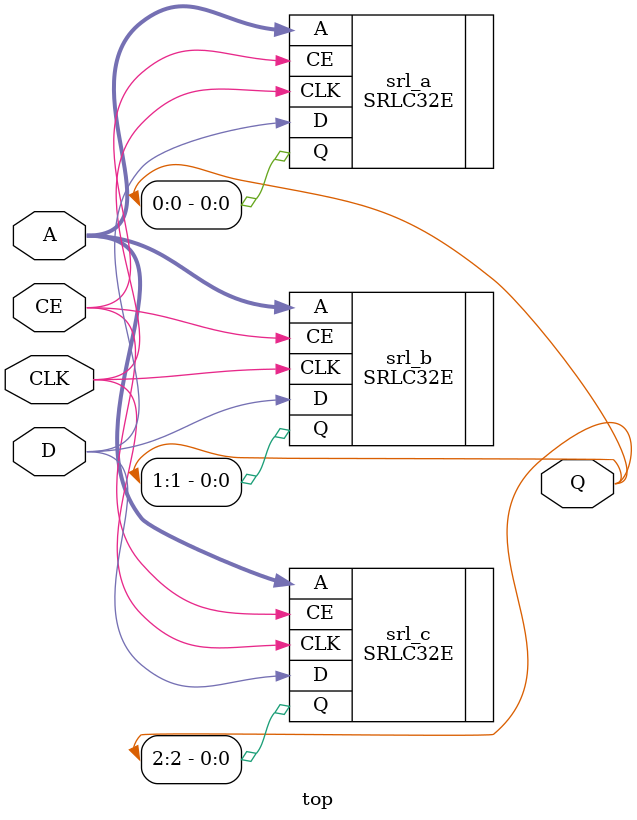
<source format=v>
module top
(
(* clock_buffer_type = "NONE" *)
input  wire CLK,
input  wire CE,
input  wire D,
input  wire [4:0] A,
output wire [2:0] Q
);

  (* LOC="SLICE_X2Y0", BEL="A6LUT"  *)
  SRLC32E srl_a
  (
  .CLK    (CLK),
  .CE     (CE),
  .D      (D),
  .A      (A),
  .Q      (Q[0])
  );

  (* LOC="SLICE_X2Y0", BEL="B6LUT"  *)
  SRLC32E srl_b
  (
  .CLK    (CLK),
  .CE     (CE),
  .D      (D),
  .A      (A),
  .Q      (Q[1])
  );

  (* LOC="SLICE_X2Y0", BEL="C6LUT"  *)
  SRLC32E srl_c
  (
  .CLK    (CLK),
  .CE     (CE),
  .D      (D),
  .A      (A),
  .Q      (Q[2])
  );

endmodule

</source>
